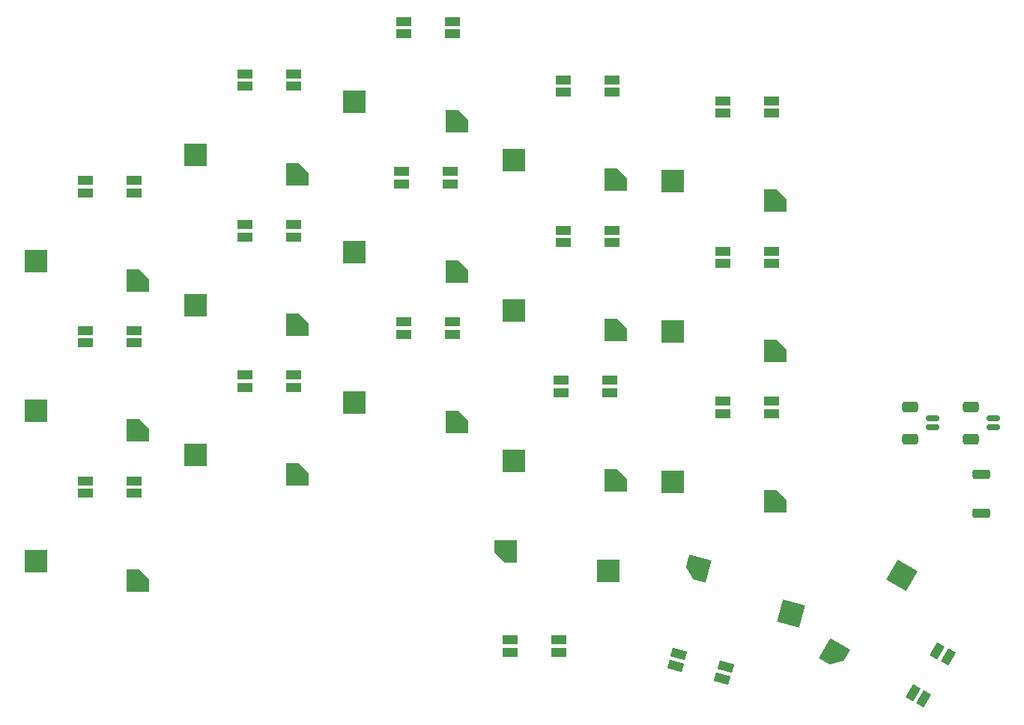
<source format=gbp>
G04 #@! TF.GenerationSoftware,KiCad,Pcbnew,9.0.7*
G04 #@! TF.CreationDate,2026-01-09T00:20:33+01:00*
G04 #@! TF.ProjectId,chocofi,63686f63-6f66-4692-9e6b-696361645f70,2.1*
G04 #@! TF.SameCoordinates,Original*
G04 #@! TF.FileFunction,Paste,Bot*
G04 #@! TF.FilePolarity,Positive*
%FSLAX46Y46*%
G04 Gerber Fmt 4.6, Leading zero omitted, Abs format (unit mm)*
G04 Created by KiCad (PCBNEW 9.0.7) date 2026-01-09 00:20:33*
%MOMM*%
%LPD*%
G01*
G04 APERTURE LIST*
G04 Aperture macros list*
%AMRoundRect*
0 Rectangle with rounded corners*
0 $1 Rounding radius*
0 $2 $3 $4 $5 $6 $7 $8 $9 X,Y pos of 4 corners*
0 Add a 4 corners polygon primitive as box body*
4,1,4,$2,$3,$4,$5,$6,$7,$8,$9,$2,$3,0*
0 Add four circle primitives for the rounded corners*
1,1,$1+$1,$2,$3*
1,1,$1+$1,$4,$5*
1,1,$1+$1,$6,$7*
1,1,$1+$1,$8,$9*
0 Add four rect primitives between the rounded corners*
20,1,$1+$1,$2,$3,$4,$5,0*
20,1,$1+$1,$4,$5,$6,$7,0*
20,1,$1+$1,$6,$7,$8,$9,0*
20,1,$1+$1,$8,$9,$2,$3,0*%
%AMRotRect*
0 Rectangle, with rotation*
0 The origin of the aperture is its center*
0 $1 length*
0 $2 width*
0 $3 Rotation angle, in degrees counterclockwise*
0 Add horizontal line*
21,1,$1,$2,0,0,$3*%
%AMOutline5P*
0 Free polygon, 5 corners , with rotation*
0 The origin of the aperture is its center*
0 number of corners: always 5*
0 $1 to $10 corner X, Y*
0 $11 Rotation angle, in degrees counterclockwise*
0 create outline with 5 corners*
4,1,5,$1,$2,$3,$4,$5,$6,$7,$8,$9,$10,$1,$2,$11*%
%AMOutline6P*
0 Free polygon, 6 corners , with rotation*
0 The origin of the aperture is its center*
0 number of corners: always 6*
0 $1 to $12 corner X, Y*
0 $13 Rotation angle, in degrees counterclockwise*
0 create outline with 6 corners*
4,1,6,$1,$2,$3,$4,$5,$6,$7,$8,$9,$10,$11,$12,$1,$2,$13*%
%AMOutline7P*
0 Free polygon, 7 corners , with rotation*
0 The origin of the aperture is its center*
0 number of corners: always 7*
0 $1 to $14 corner X, Y*
0 $15 Rotation angle, in degrees counterclockwise*
0 create outline with 7 corners*
4,1,7,$1,$2,$3,$4,$5,$6,$7,$8,$9,$10,$11,$12,$13,$14,$1,$2,$15*%
%AMOutline8P*
0 Free polygon, 8 corners , with rotation*
0 The origin of the aperture is its center*
0 number of corners: always 8*
0 $1 to $16 corner X, Y*
0 $17 Rotation angle, in degrees counterclockwise*
0 create outline with 8 corners*
4,1,8,$1,$2,$3,$4,$5,$6,$7,$8,$9,$10,$11,$12,$13,$14,$15,$16,$1,$2,$17*%
G04 Aperture macros list end*
%ADD10R,1.700000X1.000000*%
%ADD11Outline5P,-1.300000X1.300000X0.130000X1.300000X1.300000X0.130000X1.300000X-1.300000X-1.300000X-1.300000X0.000000*%
%ADD12R,2.600000X2.600000*%
%ADD13RoundRect,0.150000X0.625000X-0.150000X0.625000X0.150000X-0.625000X0.150000X-0.625000X-0.150000X0*%
%ADD14RoundRect,0.250000X0.650000X-0.350000X0.650000X0.350000X-0.650000X0.350000X-0.650000X-0.350000X0*%
%ADD15Outline5P,-1.300000X1.300000X0.130000X1.300000X1.300000X0.130000X1.300000X-1.300000X-1.300000X-1.300000X165.000000*%
%ADD16RotRect,2.600000X2.600000X165.000000*%
%ADD17RotRect,1.700000X1.000000X165.000000*%
%ADD18Outline5P,-1.300000X1.300000X0.130000X1.300000X1.300000X0.130000X1.300000X-1.300000X-1.300000X-1.300000X180.000000*%
%ADD19Outline5P,-1.300000X1.300000X0.130000X1.300000X1.300000X0.130000X1.300000X-1.300000X-1.300000X-1.300000X240.000000*%
%ADD20RotRect,2.600000X2.600000X240.000000*%
%ADD21RotRect,1.700000X1.000000X240.000000*%
%ADD22RoundRect,0.250000X-0.750000X0.275000X-0.750000X-0.275000X0.750000X-0.275000X0.750000X0.275000X0*%
G04 APERTURE END LIST*
D10*
X106750000Y-53000000D03*
X106750000Y-54400000D03*
X101250000Y-54400000D03*
X101250000Y-53000000D03*
X124500000Y-64050000D03*
X124500000Y-65450000D03*
X119000000Y-65450000D03*
X119000000Y-64050000D03*
D11*
X143185000Y-64970000D03*
D12*
X131635000Y-62770000D03*
D11*
X107185000Y-98350000D03*
D12*
X95635000Y-96150000D03*
D13*
X179000000Y-93000000D03*
X179000000Y-92000000D03*
D14*
X176475000Y-94300000D03*
X176475000Y-90700000D03*
D10*
X106750000Y-70050000D03*
X106750000Y-71450000D03*
X101250000Y-71450000D03*
X101250000Y-70050000D03*
D15*
X152436566Y-108985109D03*
D16*
X163023608Y-114099506D03*
D17*
X149912531Y-119964396D03*
X150274877Y-118612101D03*
X155587469Y-120035604D03*
X155225123Y-121387899D03*
D10*
X160750000Y-90050000D03*
X160750000Y-91450000D03*
X155250000Y-91450000D03*
X155250000Y-90050000D03*
D18*
X130735000Y-107040000D03*
D12*
X142285000Y-109240000D03*
D10*
X88750000Y-65050000D03*
X88750000Y-66450000D03*
X83250000Y-66450000D03*
X83250000Y-65050000D03*
D11*
X143185000Y-98975000D03*
D12*
X131635000Y-96775000D03*
D10*
X124750000Y-81050000D03*
X124750000Y-82450000D03*
X119250000Y-82450000D03*
X119250000Y-81050000D03*
D11*
X161185000Y-84350000D03*
D12*
X149635000Y-82150000D03*
D11*
X89185000Y-76350000D03*
D12*
X77635000Y-74150000D03*
D11*
X125185000Y-58350000D03*
D12*
X113635000Y-56150000D03*
D10*
X88750000Y-82050000D03*
X88750000Y-83450000D03*
X83250000Y-83450000D03*
X83250000Y-82050000D03*
X160750000Y-56050000D03*
X160750000Y-57450000D03*
X155250000Y-57450000D03*
X155250000Y-56050000D03*
D11*
X89185000Y-93350000D03*
D12*
X77635000Y-91150000D03*
D10*
X160750000Y-73050000D03*
X160750000Y-74450000D03*
X155250000Y-74450000D03*
X155250000Y-73050000D03*
D11*
X125185000Y-92350000D03*
D12*
X113635000Y-90150000D03*
D11*
X107185000Y-81350000D03*
D12*
X95635000Y-79150000D03*
D10*
X131250000Y-118450000D03*
X131250000Y-117050000D03*
X136750000Y-117050000D03*
X136750000Y-118450000D03*
D11*
X161185000Y-67350000D03*
D12*
X149635000Y-65150000D03*
D19*
X167869649Y-118651233D03*
D20*
X175549905Y-109748640D03*
D10*
X142500000Y-87675000D03*
X142500000Y-89075000D03*
X137000000Y-89075000D03*
X137000000Y-87675000D03*
D13*
X185825000Y-93000000D03*
X185825000Y-92000000D03*
D14*
X183300000Y-94300000D03*
X183300000Y-90700000D03*
D11*
X143185000Y-81970000D03*
D12*
X131635000Y-79770000D03*
D10*
X106750000Y-87050000D03*
X106750000Y-88450000D03*
X101250000Y-88450000D03*
X101250000Y-87050000D03*
X142750000Y-70675000D03*
X142750000Y-72075000D03*
X137250000Y-72075000D03*
X137250000Y-70675000D03*
X142750000Y-53675000D03*
X142750000Y-55075000D03*
X137250000Y-55075000D03*
X137250000Y-53675000D03*
D21*
X177981218Y-123731570D03*
X176768782Y-123031570D03*
X179518782Y-118268430D03*
X180731218Y-118968430D03*
D10*
X88750000Y-99050000D03*
X88750000Y-100450000D03*
X83250000Y-100450000D03*
X83250000Y-99050000D03*
D11*
X107185000Y-64350000D03*
D12*
X95635000Y-62150000D03*
D11*
X89185000Y-110350000D03*
D12*
X77635000Y-108150000D03*
D11*
X161185000Y-101350000D03*
D12*
X149635000Y-99150000D03*
D22*
X184500000Y-98275000D03*
X184500000Y-102725000D03*
D11*
X125185000Y-75350000D03*
D12*
X113635000Y-73150000D03*
D10*
X124750000Y-47050000D03*
X124750000Y-48450000D03*
X119250000Y-48450000D03*
X119250000Y-47050000D03*
M02*

</source>
